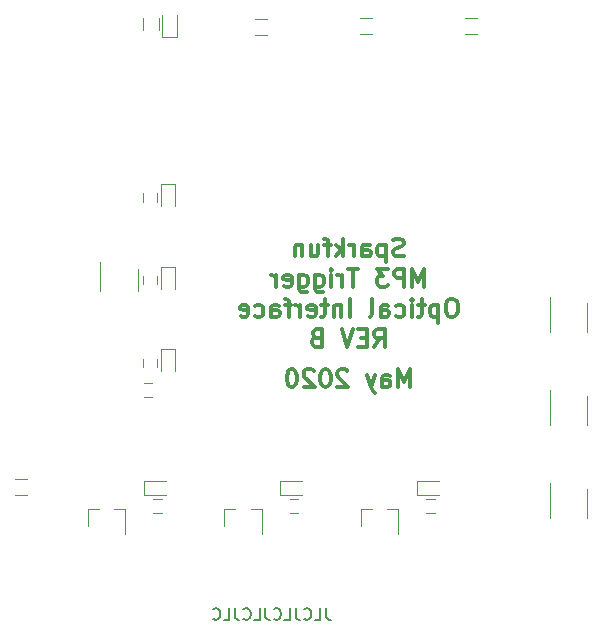
<source format=gbr>
G04 #@! TF.GenerationSoftware,KiCad,Pcbnew,(5.1.4)-1*
G04 #@! TF.CreationDate,2020-05-02T17:21:17-05:00*
G04 #@! TF.ProjectId,Audio_Optical_Trigger,41756469-6f5f-44f7-9074-6963616c5f54,rev?*
G04 #@! TF.SameCoordinates,Original*
G04 #@! TF.FileFunction,Legend,Bot*
G04 #@! TF.FilePolarity,Positive*
%FSLAX46Y46*%
G04 Gerber Fmt 4.6, Leading zero omitted, Abs format (unit mm)*
G04 Created by KiCad (PCBNEW (5.1.4)-1) date 2020-05-02 17:21:17*
%MOMM*%
%LPD*%
G04 APERTURE LIST*
%ADD10C,0.150000*%
%ADD11C,0.300000*%
%ADD12C,0.120000*%
G04 APERTURE END LIST*
D10*
X139747047Y-126706380D02*
X139747047Y-127420666D01*
X139794666Y-127563523D01*
X139889904Y-127658761D01*
X140032761Y-127706380D01*
X140128000Y-127706380D01*
X138794666Y-127706380D02*
X139270857Y-127706380D01*
X139270857Y-126706380D01*
X137889904Y-127611142D02*
X137937523Y-127658761D01*
X138080380Y-127706380D01*
X138175619Y-127706380D01*
X138318476Y-127658761D01*
X138413714Y-127563523D01*
X138461333Y-127468285D01*
X138508952Y-127277809D01*
X138508952Y-127134952D01*
X138461333Y-126944476D01*
X138413714Y-126849238D01*
X138318476Y-126754000D01*
X138175619Y-126706380D01*
X138080380Y-126706380D01*
X137937523Y-126754000D01*
X137889904Y-126801619D01*
X137175619Y-126706380D02*
X137175619Y-127420666D01*
X137223238Y-127563523D01*
X137318476Y-127658761D01*
X137461333Y-127706380D01*
X137556571Y-127706380D01*
X136223238Y-127706380D02*
X136699428Y-127706380D01*
X136699428Y-126706380D01*
X135318476Y-127611142D02*
X135366095Y-127658761D01*
X135508952Y-127706380D01*
X135604190Y-127706380D01*
X135747047Y-127658761D01*
X135842285Y-127563523D01*
X135889904Y-127468285D01*
X135937523Y-127277809D01*
X135937523Y-127134952D01*
X135889904Y-126944476D01*
X135842285Y-126849238D01*
X135747047Y-126754000D01*
X135604190Y-126706380D01*
X135508952Y-126706380D01*
X135366095Y-126754000D01*
X135318476Y-126801619D01*
X134604190Y-126706380D02*
X134604190Y-127420666D01*
X134651809Y-127563523D01*
X134747047Y-127658761D01*
X134889904Y-127706380D01*
X134985142Y-127706380D01*
X133651809Y-127706380D02*
X134128000Y-127706380D01*
X134128000Y-126706380D01*
X132747047Y-127611142D02*
X132794666Y-127658761D01*
X132937523Y-127706380D01*
X133032761Y-127706380D01*
X133175619Y-127658761D01*
X133270857Y-127563523D01*
X133318476Y-127468285D01*
X133366095Y-127277809D01*
X133366095Y-127134952D01*
X133318476Y-126944476D01*
X133270857Y-126849238D01*
X133175619Y-126754000D01*
X133032761Y-126706380D01*
X132937523Y-126706380D01*
X132794666Y-126754000D01*
X132747047Y-126801619D01*
X132032761Y-126706380D02*
X132032761Y-127420666D01*
X132080380Y-127563523D01*
X132175619Y-127658761D01*
X132318476Y-127706380D01*
X132413714Y-127706380D01*
X131080380Y-127706380D02*
X131556571Y-127706380D01*
X131556571Y-126706380D01*
X130175619Y-127611142D02*
X130223238Y-127658761D01*
X130366095Y-127706380D01*
X130461333Y-127706380D01*
X130604190Y-127658761D01*
X130699428Y-127563523D01*
X130747047Y-127468285D01*
X130794666Y-127277809D01*
X130794666Y-127134952D01*
X130747047Y-126944476D01*
X130699428Y-126849238D01*
X130604190Y-126754000D01*
X130461333Y-126706380D01*
X130366095Y-126706380D01*
X130223238Y-126754000D01*
X130175619Y-126801619D01*
D11*
X146311357Y-96858142D02*
X146097071Y-96929571D01*
X145739928Y-96929571D01*
X145597071Y-96858142D01*
X145525642Y-96786714D01*
X145454214Y-96643857D01*
X145454214Y-96501000D01*
X145525642Y-96358142D01*
X145597071Y-96286714D01*
X145739928Y-96215285D01*
X146025642Y-96143857D01*
X146168500Y-96072428D01*
X146239928Y-96001000D01*
X146311357Y-95858142D01*
X146311357Y-95715285D01*
X146239928Y-95572428D01*
X146168500Y-95501000D01*
X146025642Y-95429571D01*
X145668500Y-95429571D01*
X145454214Y-95501000D01*
X144811357Y-95929571D02*
X144811357Y-97429571D01*
X144811357Y-96001000D02*
X144668500Y-95929571D01*
X144382785Y-95929571D01*
X144239928Y-96001000D01*
X144168500Y-96072428D01*
X144097071Y-96215285D01*
X144097071Y-96643857D01*
X144168500Y-96786714D01*
X144239928Y-96858142D01*
X144382785Y-96929571D01*
X144668500Y-96929571D01*
X144811357Y-96858142D01*
X142811357Y-96929571D02*
X142811357Y-96143857D01*
X142882785Y-96001000D01*
X143025642Y-95929571D01*
X143311357Y-95929571D01*
X143454214Y-96001000D01*
X142811357Y-96858142D02*
X142954214Y-96929571D01*
X143311357Y-96929571D01*
X143454214Y-96858142D01*
X143525642Y-96715285D01*
X143525642Y-96572428D01*
X143454214Y-96429571D01*
X143311357Y-96358142D01*
X142954214Y-96358142D01*
X142811357Y-96286714D01*
X142097071Y-96929571D02*
X142097071Y-95929571D01*
X142097071Y-96215285D02*
X142025642Y-96072428D01*
X141954214Y-96001000D01*
X141811357Y-95929571D01*
X141668500Y-95929571D01*
X141168500Y-96929571D02*
X141168500Y-95429571D01*
X141025642Y-96358142D02*
X140597071Y-96929571D01*
X140597071Y-95929571D02*
X141168500Y-96501000D01*
X140168500Y-95929571D02*
X139597071Y-95929571D01*
X139954214Y-96929571D02*
X139954214Y-95643857D01*
X139882785Y-95501000D01*
X139739928Y-95429571D01*
X139597071Y-95429571D01*
X138454214Y-95929571D02*
X138454214Y-96929571D01*
X139097071Y-95929571D02*
X139097071Y-96715285D01*
X139025642Y-96858142D01*
X138882785Y-96929571D01*
X138668500Y-96929571D01*
X138525642Y-96858142D01*
X138454214Y-96786714D01*
X137739928Y-95929571D02*
X137739928Y-96929571D01*
X137739928Y-96072428D02*
X137668500Y-96001000D01*
X137525642Y-95929571D01*
X137311357Y-95929571D01*
X137168500Y-96001000D01*
X137097071Y-96143857D01*
X137097071Y-96929571D01*
X148061357Y-99479571D02*
X148061357Y-97979571D01*
X147561357Y-99051000D01*
X147061357Y-97979571D01*
X147061357Y-99479571D01*
X146347071Y-99479571D02*
X146347071Y-97979571D01*
X145775642Y-97979571D01*
X145632785Y-98051000D01*
X145561357Y-98122428D01*
X145489928Y-98265285D01*
X145489928Y-98479571D01*
X145561357Y-98622428D01*
X145632785Y-98693857D01*
X145775642Y-98765285D01*
X146347071Y-98765285D01*
X144989928Y-97979571D02*
X144061357Y-97979571D01*
X144561357Y-98551000D01*
X144347071Y-98551000D01*
X144204214Y-98622428D01*
X144132785Y-98693857D01*
X144061357Y-98836714D01*
X144061357Y-99193857D01*
X144132785Y-99336714D01*
X144204214Y-99408142D01*
X144347071Y-99479571D01*
X144775642Y-99479571D01*
X144918500Y-99408142D01*
X144989928Y-99336714D01*
X142489928Y-97979571D02*
X141632785Y-97979571D01*
X142061357Y-99479571D02*
X142061357Y-97979571D01*
X141132785Y-99479571D02*
X141132785Y-98479571D01*
X141132785Y-98765285D02*
X141061357Y-98622428D01*
X140989928Y-98551000D01*
X140847071Y-98479571D01*
X140704214Y-98479571D01*
X140204214Y-99479571D02*
X140204214Y-98479571D01*
X140204214Y-97979571D02*
X140275642Y-98051000D01*
X140204214Y-98122428D01*
X140132785Y-98051000D01*
X140204214Y-97979571D01*
X140204214Y-98122428D01*
X138847071Y-98479571D02*
X138847071Y-99693857D01*
X138918500Y-99836714D01*
X138989928Y-99908142D01*
X139132785Y-99979571D01*
X139347071Y-99979571D01*
X139489928Y-99908142D01*
X138847071Y-99408142D02*
X138989928Y-99479571D01*
X139275642Y-99479571D01*
X139418500Y-99408142D01*
X139489928Y-99336714D01*
X139561357Y-99193857D01*
X139561357Y-98765285D01*
X139489928Y-98622428D01*
X139418500Y-98551000D01*
X139275642Y-98479571D01*
X138989928Y-98479571D01*
X138847071Y-98551000D01*
X137489928Y-98479571D02*
X137489928Y-99693857D01*
X137561357Y-99836714D01*
X137632785Y-99908142D01*
X137775642Y-99979571D01*
X137989928Y-99979571D01*
X138132785Y-99908142D01*
X137489928Y-99408142D02*
X137632785Y-99479571D01*
X137918500Y-99479571D01*
X138061357Y-99408142D01*
X138132785Y-99336714D01*
X138204214Y-99193857D01*
X138204214Y-98765285D01*
X138132785Y-98622428D01*
X138061357Y-98551000D01*
X137918500Y-98479571D01*
X137632785Y-98479571D01*
X137489928Y-98551000D01*
X136204214Y-99408142D02*
X136347071Y-99479571D01*
X136632785Y-99479571D01*
X136775642Y-99408142D01*
X136847071Y-99265285D01*
X136847071Y-98693857D01*
X136775642Y-98551000D01*
X136632785Y-98479571D01*
X136347071Y-98479571D01*
X136204214Y-98551000D01*
X136132785Y-98693857D01*
X136132785Y-98836714D01*
X136847071Y-98979571D01*
X135489928Y-99479571D02*
X135489928Y-98479571D01*
X135489928Y-98765285D02*
X135418500Y-98622428D01*
X135347071Y-98551000D01*
X135204214Y-98479571D01*
X135061357Y-98479571D01*
X150525642Y-100529571D02*
X150239928Y-100529571D01*
X150097071Y-100601000D01*
X149954214Y-100743857D01*
X149882785Y-101029571D01*
X149882785Y-101529571D01*
X149954214Y-101815285D01*
X150097071Y-101958142D01*
X150239928Y-102029571D01*
X150525642Y-102029571D01*
X150668500Y-101958142D01*
X150811357Y-101815285D01*
X150882785Y-101529571D01*
X150882785Y-101029571D01*
X150811357Y-100743857D01*
X150668500Y-100601000D01*
X150525642Y-100529571D01*
X149239928Y-101029571D02*
X149239928Y-102529571D01*
X149239928Y-101101000D02*
X149097071Y-101029571D01*
X148811357Y-101029571D01*
X148668500Y-101101000D01*
X148597071Y-101172428D01*
X148525642Y-101315285D01*
X148525642Y-101743857D01*
X148597071Y-101886714D01*
X148668500Y-101958142D01*
X148811357Y-102029571D01*
X149097071Y-102029571D01*
X149239928Y-101958142D01*
X148097071Y-101029571D02*
X147525642Y-101029571D01*
X147882785Y-100529571D02*
X147882785Y-101815285D01*
X147811357Y-101958142D01*
X147668500Y-102029571D01*
X147525642Y-102029571D01*
X147025642Y-102029571D02*
X147025642Y-101029571D01*
X147025642Y-100529571D02*
X147097071Y-100601000D01*
X147025642Y-100672428D01*
X146954214Y-100601000D01*
X147025642Y-100529571D01*
X147025642Y-100672428D01*
X145668500Y-101958142D02*
X145811357Y-102029571D01*
X146097071Y-102029571D01*
X146239928Y-101958142D01*
X146311357Y-101886714D01*
X146382785Y-101743857D01*
X146382785Y-101315285D01*
X146311357Y-101172428D01*
X146239928Y-101101000D01*
X146097071Y-101029571D01*
X145811357Y-101029571D01*
X145668500Y-101101000D01*
X144382785Y-102029571D02*
X144382785Y-101243857D01*
X144454214Y-101101000D01*
X144597071Y-101029571D01*
X144882785Y-101029571D01*
X145025642Y-101101000D01*
X144382785Y-101958142D02*
X144525642Y-102029571D01*
X144882785Y-102029571D01*
X145025642Y-101958142D01*
X145097071Y-101815285D01*
X145097071Y-101672428D01*
X145025642Y-101529571D01*
X144882785Y-101458142D01*
X144525642Y-101458142D01*
X144382785Y-101386714D01*
X143454214Y-102029571D02*
X143597071Y-101958142D01*
X143668500Y-101815285D01*
X143668500Y-100529571D01*
X141739928Y-102029571D02*
X141739928Y-100529571D01*
X141025642Y-101029571D02*
X141025642Y-102029571D01*
X141025642Y-101172428D02*
X140954214Y-101101000D01*
X140811357Y-101029571D01*
X140597071Y-101029571D01*
X140454214Y-101101000D01*
X140382785Y-101243857D01*
X140382785Y-102029571D01*
X139882785Y-101029571D02*
X139311357Y-101029571D01*
X139668500Y-100529571D02*
X139668500Y-101815285D01*
X139597071Y-101958142D01*
X139454214Y-102029571D01*
X139311357Y-102029571D01*
X138239928Y-101958142D02*
X138382785Y-102029571D01*
X138668500Y-102029571D01*
X138811357Y-101958142D01*
X138882785Y-101815285D01*
X138882785Y-101243857D01*
X138811357Y-101101000D01*
X138668500Y-101029571D01*
X138382785Y-101029571D01*
X138239928Y-101101000D01*
X138168500Y-101243857D01*
X138168500Y-101386714D01*
X138882785Y-101529571D01*
X137525642Y-102029571D02*
X137525642Y-101029571D01*
X137525642Y-101315285D02*
X137454214Y-101172428D01*
X137382785Y-101101000D01*
X137239928Y-101029571D01*
X137097071Y-101029571D01*
X136811357Y-101029571D02*
X136239928Y-101029571D01*
X136597071Y-102029571D02*
X136597071Y-100743857D01*
X136525642Y-100601000D01*
X136382785Y-100529571D01*
X136239928Y-100529571D01*
X135097071Y-102029571D02*
X135097071Y-101243857D01*
X135168500Y-101101000D01*
X135311357Y-101029571D01*
X135597071Y-101029571D01*
X135739928Y-101101000D01*
X135097071Y-101958142D02*
X135239928Y-102029571D01*
X135597071Y-102029571D01*
X135739928Y-101958142D01*
X135811357Y-101815285D01*
X135811357Y-101672428D01*
X135739928Y-101529571D01*
X135597071Y-101458142D01*
X135239928Y-101458142D01*
X135097071Y-101386714D01*
X133739928Y-101958142D02*
X133882785Y-102029571D01*
X134168500Y-102029571D01*
X134311357Y-101958142D01*
X134382785Y-101886714D01*
X134454214Y-101743857D01*
X134454214Y-101315285D01*
X134382785Y-101172428D01*
X134311357Y-101101000D01*
X134168500Y-101029571D01*
X133882785Y-101029571D01*
X133739928Y-101101000D01*
X132525642Y-101958142D02*
X132668500Y-102029571D01*
X132954214Y-102029571D01*
X133097071Y-101958142D01*
X133168500Y-101815285D01*
X133168500Y-101243857D01*
X133097071Y-101101000D01*
X132954214Y-101029571D01*
X132668500Y-101029571D01*
X132525642Y-101101000D01*
X132454214Y-101243857D01*
X132454214Y-101386714D01*
X133168500Y-101529571D01*
X143847071Y-104579571D02*
X144347071Y-103865285D01*
X144704214Y-104579571D02*
X144704214Y-103079571D01*
X144132785Y-103079571D01*
X143989928Y-103151000D01*
X143918500Y-103222428D01*
X143847071Y-103365285D01*
X143847071Y-103579571D01*
X143918500Y-103722428D01*
X143989928Y-103793857D01*
X144132785Y-103865285D01*
X144704214Y-103865285D01*
X143204214Y-103793857D02*
X142704214Y-103793857D01*
X142489928Y-104579571D02*
X143204214Y-104579571D01*
X143204214Y-103079571D01*
X142489928Y-103079571D01*
X142061357Y-103079571D02*
X141561357Y-104579571D01*
X141061357Y-103079571D01*
X138918500Y-103793857D02*
X138704214Y-103865285D01*
X138632785Y-103936714D01*
X138561357Y-104079571D01*
X138561357Y-104293857D01*
X138632785Y-104436714D01*
X138704214Y-104508142D01*
X138847071Y-104579571D01*
X139418500Y-104579571D01*
X139418500Y-103079571D01*
X138918500Y-103079571D01*
X138775642Y-103151000D01*
X138704214Y-103222428D01*
X138632785Y-103365285D01*
X138632785Y-103508142D01*
X138704214Y-103651000D01*
X138775642Y-103722428D01*
X138918500Y-103793857D01*
X139418500Y-103793857D01*
X146847071Y-107993571D02*
X146847071Y-106493571D01*
X146347071Y-107565000D01*
X145847071Y-106493571D01*
X145847071Y-107993571D01*
X144489928Y-107993571D02*
X144489928Y-107207857D01*
X144561357Y-107065000D01*
X144704214Y-106993571D01*
X144989928Y-106993571D01*
X145132785Y-107065000D01*
X144489928Y-107922142D02*
X144632785Y-107993571D01*
X144989928Y-107993571D01*
X145132785Y-107922142D01*
X145204214Y-107779285D01*
X145204214Y-107636428D01*
X145132785Y-107493571D01*
X144989928Y-107422142D01*
X144632785Y-107422142D01*
X144489928Y-107350714D01*
X143918500Y-106993571D02*
X143561357Y-107993571D01*
X143204214Y-106993571D02*
X143561357Y-107993571D01*
X143704214Y-108350714D01*
X143775642Y-108422142D01*
X143918500Y-108493571D01*
X141561357Y-106636428D02*
X141489928Y-106565000D01*
X141347071Y-106493571D01*
X140989928Y-106493571D01*
X140847071Y-106565000D01*
X140775642Y-106636428D01*
X140704214Y-106779285D01*
X140704214Y-106922142D01*
X140775642Y-107136428D01*
X141632785Y-107993571D01*
X140704214Y-107993571D01*
X139775642Y-106493571D02*
X139632785Y-106493571D01*
X139489928Y-106565000D01*
X139418500Y-106636428D01*
X139347071Y-106779285D01*
X139275642Y-107065000D01*
X139275642Y-107422142D01*
X139347071Y-107707857D01*
X139418500Y-107850714D01*
X139489928Y-107922142D01*
X139632785Y-107993571D01*
X139775642Y-107993571D01*
X139918500Y-107922142D01*
X139989928Y-107850714D01*
X140061357Y-107707857D01*
X140132785Y-107422142D01*
X140132785Y-107065000D01*
X140061357Y-106779285D01*
X139989928Y-106636428D01*
X139918500Y-106565000D01*
X139775642Y-106493571D01*
X138704214Y-106636428D02*
X138632785Y-106565000D01*
X138489928Y-106493571D01*
X138132785Y-106493571D01*
X137989928Y-106565000D01*
X137918500Y-106636428D01*
X137847071Y-106779285D01*
X137847071Y-106922142D01*
X137918500Y-107136428D01*
X138775642Y-107993571D01*
X137847071Y-107993571D01*
X136918500Y-106493571D02*
X136775642Y-106493571D01*
X136632785Y-106565000D01*
X136561357Y-106636428D01*
X136489928Y-106779285D01*
X136418500Y-107065000D01*
X136418500Y-107422142D01*
X136489928Y-107707857D01*
X136561357Y-107850714D01*
X136632785Y-107922142D01*
X136775642Y-107993571D01*
X136918500Y-107993571D01*
X137061357Y-107922142D01*
X137132785Y-107850714D01*
X137204214Y-107707857D01*
X137275642Y-107422142D01*
X137275642Y-107065000D01*
X137204214Y-106779285D01*
X137132785Y-106636428D01*
X137061357Y-106565000D01*
X136918500Y-106493571D01*
D12*
X124300500Y-108867500D02*
X125000500Y-108867500D01*
X125000500Y-107667500D02*
X124300500Y-107667500D01*
X125765000Y-104798000D02*
X126965000Y-104798000D01*
X125765000Y-106648000D02*
X125765000Y-104798000D01*
X126965000Y-106648000D02*
X126965000Y-104798000D01*
X125765000Y-97798000D02*
X126965000Y-97798000D01*
X125765000Y-99648000D02*
X125765000Y-97798000D01*
X126965000Y-99648000D02*
X126965000Y-97798000D01*
X124241000Y-105598000D02*
X124241000Y-106298000D01*
X125441000Y-106298000D02*
X125441000Y-105598000D01*
X124241000Y-98598000D02*
X124241000Y-99298000D01*
X125441000Y-99298000D02*
X125441000Y-98598000D01*
X125126000Y-118646500D02*
X125826000Y-118646500D01*
X125826000Y-117446500D02*
X125126000Y-117446500D01*
X137383000Y-117449000D02*
X136683000Y-117449000D01*
X136683000Y-118649000D02*
X137383000Y-118649000D01*
X148940000Y-117451500D02*
X148240000Y-117451500D01*
X148240000Y-118651500D02*
X148940000Y-118651500D01*
X125441000Y-92298000D02*
X125441000Y-91598000D01*
X124241000Y-91598000D02*
X124241000Y-92298000D01*
X119578000Y-118302500D02*
X119578000Y-119762500D01*
X122738000Y-118302500D02*
X122738000Y-120462500D01*
X122738000Y-118302500D02*
X121808000Y-118302500D01*
X119578000Y-118302500D02*
X120508000Y-118302500D01*
X131135000Y-118305000D02*
X131135000Y-119765000D01*
X134295000Y-118305000D02*
X134295000Y-120465000D01*
X134295000Y-118305000D02*
X133365000Y-118305000D01*
X131135000Y-118305000D02*
X132065000Y-118305000D01*
X142692000Y-118307500D02*
X143622000Y-118307500D01*
X145852000Y-118307500D02*
X144922000Y-118307500D01*
X145852000Y-118307500D02*
X145852000Y-120467500D01*
X142692000Y-118307500D02*
X142692000Y-119767500D01*
X120627500Y-99833000D02*
X120627500Y-97383000D01*
X123847500Y-98033000D02*
X123847500Y-99833000D01*
X158724000Y-119056000D02*
X158724000Y-116106000D01*
X161824000Y-116656000D02*
X161824000Y-119056000D01*
X161824000Y-108782000D02*
X161824000Y-111182000D01*
X158724000Y-111182000D02*
X158724000Y-108232000D01*
X158724000Y-103308000D02*
X158724000Y-100358000D01*
X161824000Y-100908000D02*
X161824000Y-103308000D01*
X124288000Y-76716000D02*
X124288000Y-77716000D01*
X125648000Y-77716000D02*
X125648000Y-76716000D01*
X114419000Y-115779000D02*
X113419000Y-115779000D01*
X113419000Y-117139000D02*
X114419000Y-117139000D01*
X133739000Y-78213500D02*
X134739000Y-78213500D01*
X134739000Y-76853500D02*
X133739000Y-76853500D01*
X143629000Y-76726500D02*
X142629000Y-76726500D01*
X142629000Y-78086500D02*
X143629000Y-78086500D01*
X152519000Y-76726500D02*
X151519000Y-76726500D01*
X151519000Y-78086500D02*
X152519000Y-78086500D01*
X127092000Y-78366000D02*
X125892000Y-78366000D01*
X127092000Y-76516000D02*
X127092000Y-78366000D01*
X125892000Y-76516000D02*
X125892000Y-78366000D01*
X126176000Y-115922500D02*
X124326000Y-115922500D01*
X126176000Y-117122500D02*
X124326000Y-117122500D01*
X124326000Y-117122500D02*
X124326000Y-115922500D01*
X137733000Y-115925000D02*
X135883000Y-115925000D01*
X137733000Y-117125000D02*
X135883000Y-117125000D01*
X135883000Y-117125000D02*
X135883000Y-115925000D01*
X147440000Y-117127500D02*
X147440000Y-115927500D01*
X149290000Y-117127500D02*
X147440000Y-117127500D01*
X149290000Y-115927500D02*
X147440000Y-115927500D01*
X126965000Y-92648000D02*
X126965000Y-90798000D01*
X125765000Y-92648000D02*
X125765000Y-90798000D01*
X125765000Y-90798000D02*
X126965000Y-90798000D01*
M02*

</source>
